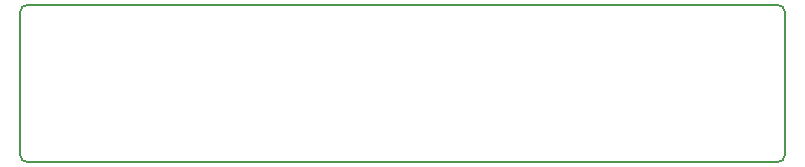
<source format=gko>
G04 DipTrace 3.0.0.2*
G04 WellMonitor.gko*
%MOIN*%
G04 #@! TF.FileFunction,Profile*
G04 #@! TF.Part,Single*
%ADD11C,0.005512*%
%FSLAX26Y26*%
G04*
G70*
G90*
G75*
G01*
G04 BoardOutline*
%LPD*%
X418701Y393701D2*
D11*
X2918701D1*
G03X2943701Y418701I0J25000D01*
G01*
Y893701D1*
G03X2918701Y918701I-25000J0D01*
G01*
X418701D1*
G03X393701Y893701I0J-25000D01*
G01*
Y418701D1*
G03X418701Y393701I25000J0D01*
G01*
M02*

</source>
